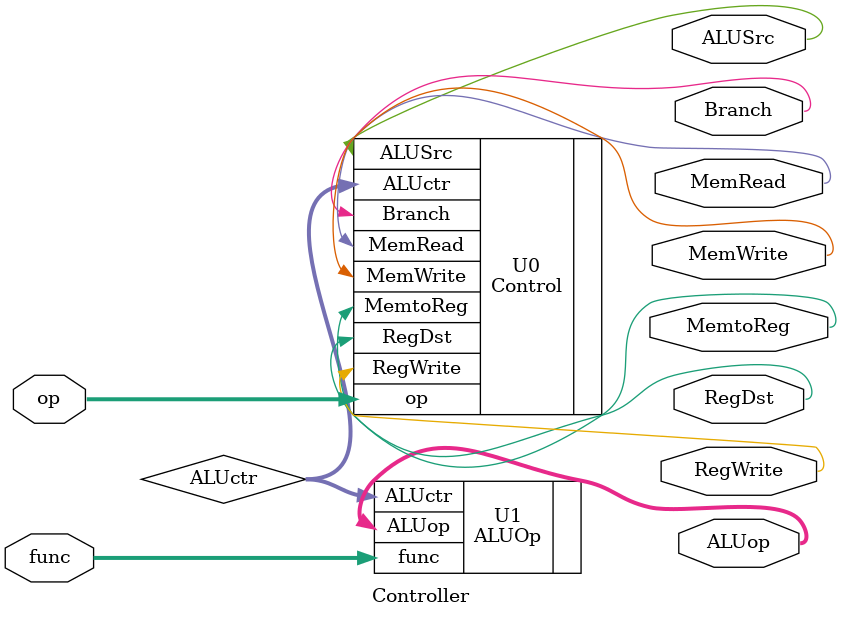
<source format=v>
`timescale 1ns / 1ps
module Controller(
	input wire [5:0] op , func,
	output wire RegDst , RegWrite , ALUSrc,
	output wire MemWrite , MemRead , MemtoReg,
	output wire Branch ,
	output wire [2:0] ALUop
);
	 
	 wire [1:0] ALUctr;
	 
	 Control U0( .op(op) ,
				  	 .RegDst(RegDst) ,
					 .RegWrite(RegWrite) ,
					 .ALUSrc(ALUSrc) ,
					 .MemWrite(MemWrite) ,
					 .MemRead(MemRead) ,
					 .MemtoReg(MemtoReg) ,
					 .Branch(Branch) ,
					 .ALUctr(ALUctr));
	 
	 ALUOp U1(.func(func),.ALUctr(ALUctr),.ALUop(ALUop));


endmodule

</source>
